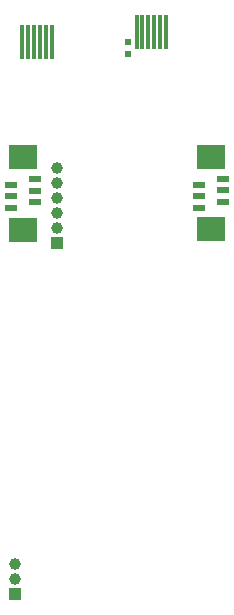
<source format=gbr>
%FSTAX26Y26*%
%MOMM*%
%SFA1B1*%

%IPPOS*%
%ADD23R,0.499999X0.499999*%
%ADD47C,0.999998*%
%ADD48R,0.999998X0.999998*%
%ADD53R,0.299999X2.999994*%
%ADD54R,0.999998X0.499999*%
%ADD55R,2.399995X1.999996*%
%LNpcb_pads_bot-1*%
%LPD*%
G54D23*
X10726978Y59641181D03*
Y60641179D03*
G54D47*
X011938Y151384D03*
Y164084D03*
X04699Y449072D03*
Y461772D03*
Y474472D03*
Y48717174D03*
Y49987174D03*
G54D48*
X011938Y138684D03*
X04699Y436372D03*
G54D53*
X12958191Y6148738D03*
X1345819D03*
X13958189D03*
X12458192D03*
X11958193D03*
X11458194D03*
X04297984Y606044D03*
X03797985D03*
X03297986D03*
X02797987D03*
X02297988D03*
X01797989D03*
G54D54*
X16770578Y46572779D03*
X187706Y47072778D03*
Y48072776D03*
Y490728D03*
X16770578Y48572775D03*
Y47572777D03*
X028702Y48066198D03*
Y49066196D03*
Y470662D03*
X00870178Y47566199D03*
Y48566197D03*
Y46566175D03*
G54D55*
X17770576Y44772783D03*
Y50872796D03*
X01870176Y50866192D03*
Y44766179D03*
M02*
</source>
